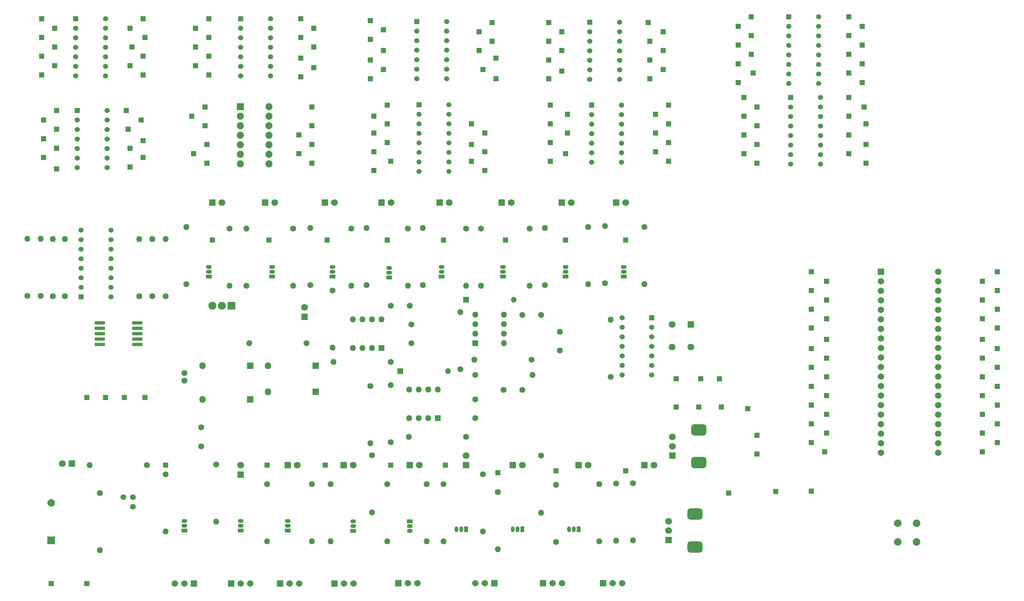
<source format=gts>
%TF.GenerationSoftware,KiCad,Pcbnew,8.0.4*%
%TF.CreationDate,2024-09-18T10:13:05+03:00*%
%TF.ProjectId,Digital Electronic Trainer main pcb,44696769-7461-46c2-9045-6c656374726f,rev?*%
%TF.SameCoordinates,Original*%
%TF.FileFunction,Soldermask,Top*%
%TF.FilePolarity,Negative*%
%FSLAX46Y46*%
G04 Gerber Fmt 4.6, Leading zero omitted, Abs format (unit mm)*
G04 Created by KiCad (PCBNEW 8.0.4) date 2024-09-18 10:13:05*
%MOMM*%
%LPD*%
G01*
G04 APERTURE LIST*
G04 Aperture macros list*
%AMRoundRect*
0 Rectangle with rounded corners*
0 $1 Rounding radius*
0 $2 $3 $4 $5 $6 $7 $8 $9 X,Y pos of 4 corners*
0 Add a 4 corners polygon primitive as box body*
4,1,4,$2,$3,$4,$5,$6,$7,$8,$9,$2,$3,0*
0 Add four circle primitives for the rounded corners*
1,1,$1+$1,$2,$3*
1,1,$1+$1,$4,$5*
1,1,$1+$1,$6,$7*
1,1,$1+$1,$8,$9*
0 Add four rect primitives between the rounded corners*
20,1,$1+$1,$2,$3,$4,$5,0*
20,1,$1+$1,$4,$5,$6,$7,0*
20,1,$1+$1,$6,$7,$8,$9,0*
20,1,$1+$1,$8,$9,$2,$3,0*%
G04 Aperture macros list end*
%ADD10R,1.350000X1.350000*%
%ADD11RoundRect,0.102000X0.754000X0.754000X-0.754000X0.754000X-0.754000X-0.754000X0.754000X-0.754000X0*%
%ADD12C,1.712000*%
%ADD13R,1.800000X1.800000*%
%ADD14C,1.800000*%
%ADD15RoundRect,0.102000X-0.585000X-0.585000X0.585000X-0.585000X0.585000X0.585000X-0.585000X0.585000X0*%
%ADD16C,1.374000*%
%ADD17RoundRect,0.102000X-0.754000X-0.754000X0.754000X-0.754000X0.754000X0.754000X-0.754000X0.754000X0*%
%ADD18R,2.800000X0.900000*%
%ADD19C,2.000000*%
%ADD20RoundRect,0.102000X-0.838200X-0.838200X0.838200X-0.838200X0.838200X0.838200X-0.838200X0.838200X0*%
%ADD21C,1.880400*%
%ADD22RoundRect,0.102000X-0.570000X-0.570000X0.570000X-0.570000X0.570000X0.570000X-0.570000X0.570000X0*%
%ADD23C,1.344000*%
%ADD24RoundRect,0.102000X-0.565000X-0.565000X0.565000X-0.565000X0.565000X0.565000X-0.565000X0.565000X0*%
%ADD25C,1.334000*%
%ADD26C,1.600000*%
%ADD27O,1.600000X1.600000*%
%ADD28R,1.500000X1.050000*%
%ADD29O,1.500000X1.050000*%
%ADD30RoundRect,0.750000X-1.250000X-0.750000X1.250000X-0.750000X1.250000X0.750000X-1.250000X0.750000X0*%
%ADD31O,1.800000X1.800000*%
%ADD32C,1.524800*%
%ADD33R,1.600000X1.600000*%
%ADD34R,2.000000X2.000000*%
%ADD35R,1.500000X1.500000*%
%ADD36O,1.500000X1.500000*%
%ADD37RoundRect,0.102000X0.955000X0.955000X-0.955000X0.955000X-0.955000X-0.955000X0.955000X-0.955000X0*%
%ADD38C,2.114000*%
%ADD39R,1.050000X1.500000*%
%ADD40O,1.050000X1.500000*%
%ADD41RoundRect,0.102000X0.585000X0.585000X-0.585000X0.585000X-0.585000X-0.585000X0.585000X-0.585000X0*%
G04 APERTURE END LIST*
D10*
%TO.C,J215*%
X36500000Y-119500000D03*
%TD*%
%TO.C,J118*%
X23000000Y-26000000D03*
%TD*%
D11*
%TO.C,SW4*%
X97500000Y-169100000D03*
D12*
X100040000Y-169100000D03*
X102580000Y-169100000D03*
%TD*%
D10*
%TO.C,J166*%
X270000000Y-93500000D03*
%TD*%
%TO.C,J183*%
X188500000Y-114500000D03*
%TD*%
%TO.C,J128*%
X19500000Y-33500000D03*
%TD*%
D13*
%TO.C,D17*%
X172500000Y-67500000D03*
D14*
X175040000Y-67500000D03*
%TD*%
D10*
%TO.C,J165*%
X274000000Y-91000000D03*
%TD*%
%TO.C,J150*%
X228500000Y-104000000D03*
%TD*%
D13*
%TO.C,D6*%
X132500000Y-137540000D03*
D14*
X132500000Y-135000000D03*
%TD*%
D10*
%TO.C,J203*%
X175000000Y-139100000D03*
%TD*%
%TO.C,J74*%
X108000000Y-59000000D03*
%TD*%
D13*
%TO.C,D15*%
X142000000Y-67500000D03*
D14*
X144540000Y-67500000D03*
%TD*%
D10*
%TO.C,J76*%
X139500000Y-19500000D03*
%TD*%
%TO.C,J86*%
X140500000Y-29000000D03*
%TD*%
%TO.C,J151*%
X224500000Y-106500000D03*
%TD*%
%TO.C,J106*%
X91500000Y-57000000D03*
%TD*%
%TO.C,J137*%
X20000000Y-50500000D03*
%TD*%
%TO.C,J188*%
X202500000Y-145000000D03*
%TD*%
%TO.C,J139*%
X43000000Y-58000000D03*
%TD*%
%TO.C,J104*%
X91500000Y-47000000D03*
%TD*%
%TO.C,J194*%
X210000000Y-129600000D03*
%TD*%
D11*
%TO.C,SW7*%
X153000000Y-169000000D03*
D12*
X155540000Y-169000000D03*
X158080000Y-169000000D03*
%TD*%
D10*
%TO.C,J157*%
X224500000Y-121500000D03*
%TD*%
%TO.C,J68*%
X108000000Y-44500000D03*
%TD*%
%TO.C,J120*%
X43000000Y-31000000D03*
%TD*%
%TO.C,J41*%
X158000000Y-22000000D03*
%TD*%
%TO.C,J117*%
X23000000Y-21000000D03*
%TD*%
%TO.C,J178*%
X270000000Y-124000000D03*
%TD*%
%TO.C,J52*%
X183000000Y-49000000D03*
%TD*%
%TO.C,J58*%
X186500000Y-51500000D03*
%TD*%
D15*
%TO.C,IC3-7408*%
X119390000Y-19265000D03*
D16*
X119390000Y-21805000D03*
X119390000Y-24345000D03*
X119390000Y-26885000D03*
X119390000Y-29425000D03*
X119390000Y-31965000D03*
X119390000Y-34505000D03*
X127330000Y-34505000D03*
X127330000Y-31965000D03*
X127330000Y-29425000D03*
X127330000Y-26885000D03*
X127330000Y-24345000D03*
X127330000Y-21805000D03*
X127330000Y-19265000D03*
%TD*%
D10*
%TO.C,J177*%
X274000000Y-121500000D03*
%TD*%
%TO.C,J211*%
X22000000Y-169100000D03*
%TD*%
%TO.C,J24*%
X234500000Y-54500000D03*
%TD*%
%TO.C,J16*%
X205000000Y-30500000D03*
%TD*%
%TO.C,J17*%
X209000000Y-33000000D03*
%TD*%
%TO.C,J197*%
X95500000Y-77500000D03*
%TD*%
%TO.C,J204*%
X156500000Y-139100000D03*
%TD*%
%TO.C,J134*%
X46000000Y-45500000D03*
%TD*%
%TO.C,J143*%
X224500000Y-86000000D03*
%TD*%
%TO.C,J217*%
X155000000Y-56500000D03*
%TD*%
D17*
%TO.C,SW1*%
X60040000Y-169100000D03*
D12*
X57500000Y-169100000D03*
X54960000Y-169100000D03*
%TD*%
D10*
%TO.C,J34*%
X181000000Y-19500000D03*
%TD*%
%TO.C,J56*%
X155000000Y-51500000D03*
%TD*%
%TO.C,J29*%
X210000000Y-42000000D03*
%TD*%
%TO.C,J23*%
X239000000Y-52000000D03*
%TD*%
D11*
%TO.C,SW8*%
X169000000Y-169000000D03*
D12*
X171540000Y-169000000D03*
X174080000Y-169000000D03*
%TD*%
D10*
%TO.C,J132*%
X46500000Y-55500000D03*
%TD*%
%TO.C,J172*%
X270000000Y-109000000D03*
%TD*%
%TO.C,J107*%
X88000000Y-49500000D03*
%TD*%
D13*
%TO.C,D10*%
X64960000Y-67500000D03*
D14*
X67500000Y-67500000D03*
%TD*%
D10*
%TO.C,J96*%
X92000000Y-21000000D03*
%TD*%
D18*
%TO.C,U17*%
X45000000Y-105380000D03*
X45000000Y-103940000D03*
X45000000Y-102500000D03*
X45000000Y-101060000D03*
X45000000Y-99620000D03*
X35000000Y-99620000D03*
X35000000Y-101060000D03*
X35000000Y-102500000D03*
X35000000Y-103940000D03*
X35000000Y-105380000D03*
%TD*%
D10*
%TO.C,J189*%
X224500000Y-144500000D03*
%TD*%
%TO.C,J8*%
X234500000Y-33000000D03*
%TD*%
%TO.C,J196*%
X80000000Y-77500000D03*
%TD*%
%TO.C,J57*%
X183000000Y-54000000D03*
%TD*%
D15*
%TO.C,IC8-7486*%
X166000000Y-41500000D03*
D16*
X166000000Y-44040000D03*
X166000000Y-46580000D03*
X166000000Y-49120000D03*
X166000000Y-51660000D03*
X166000000Y-54200000D03*
X166000000Y-56740000D03*
X173940000Y-56740000D03*
X173940000Y-54200000D03*
X173940000Y-51660000D03*
X173940000Y-49120000D03*
X173940000Y-46580000D03*
X173940000Y-44040000D03*
X173940000Y-41500000D03*
%TD*%
D10*
%TO.C,J40*%
X154500000Y-19500000D03*
%TD*%
%TO.C,J36*%
X158000000Y-32500000D03*
%TD*%
%TO.C,J99*%
X60500000Y-31000000D03*
%TD*%
%TO.C,J205*%
X141000000Y-139600000D03*
%TD*%
%TO.C,J59*%
X186500000Y-46500000D03*
%TD*%
%TO.C,J3*%
X238000000Y-20500000D03*
%TD*%
%TO.C,J101*%
X92000000Y-26000000D03*
%TD*%
%TO.C,J142*%
X42500000Y-48000000D03*
%TD*%
%TO.C,J193*%
X210000000Y-134600000D03*
%TD*%
D11*
%TO.C,SW2*%
X69960000Y-169100000D03*
D12*
X72500000Y-169100000D03*
X75040000Y-169100000D03*
%TD*%
D10*
%TO.C,J67*%
X111500000Y-41500000D03*
%TD*%
%TO.C,J131*%
X23500000Y-53000000D03*
%TD*%
%TO.C,J18*%
X234500000Y-39500000D03*
%TD*%
%TO.C,J123*%
X43000000Y-21000000D03*
%TD*%
%TO.C,J7*%
X238000000Y-30500000D03*
%TD*%
%TO.C,J167*%
X274000000Y-96000000D03*
%TD*%
%TO.C,J64*%
X134000000Y-56500000D03*
%TD*%
%TO.C,J9*%
X238000000Y-35500000D03*
%TD*%
%TO.C,J116*%
X46500000Y-18500000D03*
%TD*%
D19*
%TO.C,SW16*%
X252500000Y-158000000D03*
X247500000Y-158000000D03*
X252500000Y-153000000D03*
X247500000Y-153000000D03*
%TD*%
D10*
%TO.C,J108*%
X91500000Y-52000000D03*
%TD*%
%TO.C,J61*%
X137500000Y-49000000D03*
%TD*%
%TO.C,J213*%
X47000000Y-119500000D03*
%TD*%
%TO.C,J39*%
X154500000Y-34500000D03*
%TD*%
%TO.C,J154*%
X228500000Y-114000000D03*
%TD*%
%TO.C,J115*%
X19500000Y-18500000D03*
%TD*%
%TO.C,J77*%
X107000000Y-24000000D03*
%TD*%
%TO.C,J124*%
X19500000Y-23500000D03*
%TD*%
%TO.C,J174*%
X270000000Y-114000000D03*
%TD*%
%TO.C,J91*%
X60500000Y-26000000D03*
%TD*%
D20*
%TO.C,IC6-7490*%
X72380000Y-41960000D03*
D21*
X72380000Y-44500000D03*
X72380000Y-47040000D03*
X72380000Y-49580000D03*
X72380000Y-52120000D03*
X72380000Y-54660000D03*
X72380000Y-57200000D03*
X80000000Y-57200000D03*
X80000000Y-54660000D03*
X80000000Y-52120000D03*
X80000000Y-49580000D03*
X80000000Y-47040000D03*
X80000000Y-44500000D03*
X80000000Y-41960000D03*
%TD*%
D10*
%TO.C,J158*%
X228500000Y-124000000D03*
%TD*%
%TO.C,J54*%
X159500000Y-44000000D03*
%TD*%
%TO.C,J27*%
X206500000Y-54500000D03*
%TD*%
%TO.C,J22*%
X234500000Y-49500000D03*
%TD*%
%TO.C,J2*%
X234500000Y-18000000D03*
%TD*%
%TO.C,J21*%
X239000000Y-46500000D03*
%TD*%
%TO.C,J62*%
X134000000Y-52000000D03*
%TD*%
%TO.C,J92*%
X64000000Y-28500000D03*
%TD*%
%TO.C,J186*%
X195000000Y-114500000D03*
%TD*%
%TO.C,J19*%
X238500000Y-42000000D03*
%TD*%
%TO.C,J168*%
X270000000Y-98500000D03*
%TD*%
%TO.C,J156*%
X228500000Y-119000000D03*
%TD*%
%TO.C,J28*%
X206500000Y-39500000D03*
%TD*%
%TO.C,J133*%
X46500000Y-51000000D03*
%TD*%
%TO.C,J160*%
X228500000Y-129000000D03*
%TD*%
D22*
%TO.C,J-K_F.F*%
X219000000Y-39460000D03*
D23*
X219000000Y-42000000D03*
X219000000Y-44540000D03*
X219000000Y-47080000D03*
X219000000Y-49620000D03*
X219000000Y-52160000D03*
X219000000Y-54700000D03*
X219000000Y-57240000D03*
X226940000Y-57240000D03*
X226940000Y-54700000D03*
X226940000Y-52160000D03*
X226940000Y-49620000D03*
X226940000Y-47080000D03*
X226940000Y-44540000D03*
X226940000Y-42000000D03*
X226940000Y-39460000D03*
%TD*%
D10*
%TO.C,J45*%
X181500000Y-29500000D03*
%TD*%
%TO.C,J161*%
X224500000Y-131500000D03*
%TD*%
%TO.C,J114*%
X63500000Y-57000000D03*
%TD*%
%TO.C,J11*%
X208500000Y-18000000D03*
%TD*%
%TO.C,J69*%
X111500000Y-46500000D03*
%TD*%
%TO.C,J185*%
X194500000Y-122000000D03*
%TD*%
%TO.C,J50*%
X159000000Y-54500000D03*
%TD*%
%TO.C,J195*%
X65000000Y-77500000D03*
%TD*%
%TO.C,J182*%
X270000000Y-134000000D03*
%TD*%
%TO.C,J112*%
X63000000Y-47000000D03*
%TD*%
%TO.C,J25*%
X239000000Y-57000000D03*
%TD*%
%TO.C,J119*%
X19500000Y-28500000D03*
%TD*%
%TO.C,J60*%
X183000000Y-44000000D03*
%TD*%
%TO.C,J75*%
X107000000Y-34500000D03*
%TD*%
%TO.C,J109*%
X91500000Y-42000000D03*
%TD*%
%TO.C,J149*%
X224500000Y-101000000D03*
%TD*%
D13*
%TO.C,D12*%
X94960000Y-67500000D03*
D14*
X97500000Y-67500000D03*
%TD*%
D10*
%TO.C,J83*%
X110500000Y-27000000D03*
%TD*%
%TO.C,J181*%
X274000000Y-131500000D03*
%TD*%
%TO.C,J73*%
X137500000Y-59000000D03*
%TD*%
%TO.C,J163*%
X274000000Y-86000000D03*
%TD*%
D17*
%TO.C,J1*%
X243000000Y-86000000D03*
D12*
X243000000Y-88540000D03*
X243000000Y-91080000D03*
X243000000Y-93620000D03*
X243000000Y-96160000D03*
X243000000Y-98700000D03*
X243000000Y-101240000D03*
X243000000Y-103780000D03*
X243000000Y-106320000D03*
X243000000Y-108860000D03*
X243000000Y-111400000D03*
X243000000Y-113940000D03*
X243000000Y-116480000D03*
X243000000Y-119020000D03*
X243000000Y-121560000D03*
X243000000Y-124100000D03*
X243000000Y-126640000D03*
X243000000Y-129180000D03*
X243000000Y-131720000D03*
X243000000Y-134260000D03*
X258240000Y-134260000D03*
X258240000Y-131720000D03*
X258240000Y-129180000D03*
X258240000Y-126640000D03*
X258240000Y-124100000D03*
X258240000Y-121560000D03*
X258240000Y-119020000D03*
X258240000Y-116480000D03*
X258240000Y-113940000D03*
X258240000Y-111400000D03*
X258240000Y-108860000D03*
X258240000Y-106320000D03*
X258240000Y-103780000D03*
X258240000Y-101240000D03*
X258240000Y-98700000D03*
X258240000Y-96160000D03*
X258240000Y-93620000D03*
X258240000Y-91080000D03*
X258240000Y-88540000D03*
X258240000Y-86000000D03*
%TD*%
D10*
%TO.C,J93*%
X92000000Y-31500000D03*
%TD*%
%TO.C,J184*%
X188500000Y-122000000D03*
%TD*%
%TO.C,J48*%
X186500000Y-41500000D03*
%TD*%
D13*
%TO.C,D13*%
X110000000Y-67500000D03*
D14*
X112540000Y-67500000D03*
%TD*%
D10*
%TO.C,J111*%
X59500000Y-44500000D03*
%TD*%
%TO.C,J136*%
X20000000Y-45500000D03*
%TD*%
%TO.C,J88*%
X136000000Y-22000000D03*
%TD*%
%TO.C,J147*%
X224500000Y-96000000D03*
%TD*%
D13*
%TO.C,D4*%
X99960000Y-137500000D03*
D14*
X102500000Y-137500000D03*
%TD*%
D10*
%TO.C,J46*%
X181500000Y-24500000D03*
%TD*%
D15*
%TO.C,IC2-7402*%
X72500000Y-18500000D03*
D16*
X72500000Y-21040000D03*
X72500000Y-23580000D03*
X72500000Y-26120000D03*
X72500000Y-28660000D03*
X72500000Y-31200000D03*
X72500000Y-33740000D03*
X80440000Y-33740000D03*
X80440000Y-31200000D03*
X80440000Y-28660000D03*
X80440000Y-26120000D03*
X80440000Y-23580000D03*
X80440000Y-21040000D03*
X80440000Y-18500000D03*
%TD*%
D10*
%TO.C,J199*%
X126500000Y-77500000D03*
%TD*%
D13*
%TO.C,D8*%
X162460000Y-137500000D03*
D14*
X165000000Y-137500000D03*
%TD*%
D10*
%TO.C,J145*%
X224500000Y-91000000D03*
%TD*%
%TO.C,J15*%
X208500000Y-28000000D03*
%TD*%
%TO.C,J200*%
X143000000Y-77500000D03*
%TD*%
%TO.C,J79*%
X140500000Y-34500000D03*
%TD*%
%TO.C,J210*%
X52500000Y-137500000D03*
%TD*%
%TO.C,J144*%
X228500000Y-88500000D03*
%TD*%
D11*
%TO.C,SW3*%
X82960000Y-169100000D03*
D12*
X85500000Y-169100000D03*
X88040000Y-169100000D03*
%TD*%
D10*
%TO.C,J95*%
X88500000Y-23500000D03*
%TD*%
%TO.C,J155*%
X224500000Y-116500000D03*
%TD*%
D15*
%TO.C,IC4-7432*%
X165500000Y-19460000D03*
D16*
X165500000Y-22000000D03*
X165500000Y-24540000D03*
X165500000Y-27080000D03*
X165500000Y-29620000D03*
X165500000Y-32160000D03*
X165500000Y-34700000D03*
X173440000Y-34700000D03*
X173440000Y-32160000D03*
X173440000Y-29620000D03*
X173440000Y-27080000D03*
X173440000Y-24540000D03*
X173440000Y-22000000D03*
X173440000Y-19460000D03*
%TD*%
D10*
%TO.C,J47*%
X185000000Y-22000000D03*
%TD*%
%TO.C,J176*%
X270000000Y-119000000D03*
%TD*%
%TO.C,J20*%
X234500000Y-44500000D03*
%TD*%
%TO.C,J125*%
X23000000Y-31000000D03*
%TD*%
%TO.C,J190*%
X200500000Y-122000000D03*
%TD*%
%TO.C,J5*%
X238000000Y-25500000D03*
%TD*%
%TO.C,J141*%
X23500000Y-58500000D03*
%TD*%
D13*
%TO.C,D11*%
X79000000Y-67500000D03*
D14*
X81540000Y-67500000D03*
%TD*%
D10*
%TO.C,J130*%
X23500000Y-48000000D03*
%TD*%
%TO.C,J89*%
X64000000Y-18500000D03*
%TD*%
%TO.C,J87*%
X139500000Y-24500000D03*
%TD*%
%TO.C,J207*%
X112500000Y-137500000D03*
%TD*%
%TO.C,J100*%
X88500000Y-34000000D03*
%TD*%
%TO.C,J121*%
X46500000Y-28500000D03*
%TD*%
%TO.C,J201*%
X159000000Y-77500000D03*
%TD*%
%TO.C,J206*%
X127000000Y-137500000D03*
%TD*%
%TO.C,J33*%
X210000000Y-52000000D03*
%TD*%
%TO.C,J146*%
X228500000Y-93500000D03*
%TD*%
%TO.C,J51*%
X186500000Y-56500000D03*
%TD*%
D15*
%TO.C,IC5-7404*%
X29000000Y-43000000D03*
D16*
X29000000Y-45540000D03*
X29000000Y-48080000D03*
X29000000Y-50620000D03*
X29000000Y-53160000D03*
X29000000Y-55700000D03*
X29000000Y-58240000D03*
X36940000Y-58240000D03*
X36940000Y-55700000D03*
X36940000Y-53160000D03*
X36940000Y-50620000D03*
X36940000Y-48080000D03*
X36940000Y-45540000D03*
X36940000Y-43000000D03*
%TD*%
D10*
%TO.C,J42*%
X158000000Y-27000000D03*
%TD*%
%TO.C,J63*%
X137500000Y-54000000D03*
%TD*%
%TO.C,J98*%
X64000000Y-23500000D03*
%TD*%
%TO.C,J105*%
X88000000Y-54500000D03*
%TD*%
%TO.C,J13*%
X208500000Y-23000000D03*
%TD*%
%TO.C,J97*%
X88500000Y-18500000D03*
%TD*%
%TO.C,J135*%
X42000000Y-43000000D03*
%TD*%
%TO.C,J110*%
X63000000Y-42000000D03*
%TD*%
%TO.C,J14*%
X205000000Y-25500000D03*
%TD*%
%TO.C,J122*%
X47000000Y-23500000D03*
%TD*%
%TO.C,J113*%
X60000000Y-54500000D03*
%TD*%
D13*
%TO.C,D5*%
X117500000Y-137500000D03*
D14*
X120040000Y-137500000D03*
%TD*%
D10*
%TO.C,J169*%
X274000000Y-101000000D03*
%TD*%
%TO.C,J103*%
X63500000Y-52000000D03*
%TD*%
%TO.C,J216*%
X31500000Y-119500000D03*
%TD*%
%TO.C,J32*%
X206500000Y-49500000D03*
%TD*%
%TO.C,J159*%
X224500000Y-126500000D03*
%TD*%
%TO.C,J129*%
X23500000Y-43000000D03*
%TD*%
D13*
%TO.C,D14*%
X125500000Y-67500000D03*
D14*
X128040000Y-67500000D03*
%TD*%
D17*
%TO.C,SW6*%
X140080000Y-169000000D03*
D12*
X137540000Y-169000000D03*
X135000000Y-169000000D03*
%TD*%
D10*
%TO.C,J209*%
X79500000Y-137500000D03*
%TD*%
D15*
%TO.C,IC1-7400*%
X28560000Y-18500000D03*
D16*
X28560000Y-21040000D03*
X28560000Y-23580000D03*
X28560000Y-26120000D03*
X28560000Y-28660000D03*
X28560000Y-31200000D03*
X28560000Y-33740000D03*
X36500000Y-33740000D03*
X36500000Y-31200000D03*
X36500000Y-28660000D03*
X36500000Y-26120000D03*
X36500000Y-23580000D03*
X36500000Y-21040000D03*
X36500000Y-18500000D03*
%TD*%
D10*
%TO.C,J208*%
X95000000Y-137500000D03*
%TD*%
%TO.C,J38*%
X185000000Y-27000000D03*
%TD*%
%TO.C,J31*%
X210000000Y-47000000D03*
%TD*%
%TO.C,J71*%
X111500000Y-51500000D03*
%TD*%
%TO.C,J65*%
X134000000Y-46500000D03*
%TD*%
%TO.C,J44*%
X185000000Y-32000000D03*
%TD*%
%TO.C,J66*%
X112500000Y-56500000D03*
%TD*%
D13*
%TO.C,D3*%
X85000000Y-137500000D03*
D14*
X87540000Y-137500000D03*
%TD*%
D10*
%TO.C,J53*%
X155000000Y-41500000D03*
%TD*%
%TO.C,J212*%
X31500000Y-169100000D03*
%TD*%
%TO.C,J10*%
X205000000Y-35500000D03*
%TD*%
D13*
%TO.C,D16*%
X158000000Y-67500000D03*
D14*
X160540000Y-67500000D03*
%TD*%
D10*
%TO.C,J198*%
X111500000Y-77500000D03*
%TD*%
%TO.C,J70*%
X108000000Y-49000000D03*
%TD*%
%TO.C,J164*%
X270000000Y-88500000D03*
%TD*%
%TO.C,J12*%
X205000000Y-20500000D03*
%TD*%
%TO.C,J192*%
X215000000Y-144600000D03*
%TD*%
%TO.C,J72*%
X108000000Y-54000000D03*
%TD*%
%TO.C,J78*%
X110500000Y-32000000D03*
%TD*%
%TO.C,J30*%
X206500000Y-44500000D03*
%TD*%
%TO.C,J82*%
X110500000Y-21500000D03*
%TD*%
%TO.C,J127*%
X43500000Y-26000000D03*
%TD*%
%TO.C,J148*%
X228500000Y-98500000D03*
%TD*%
D13*
%TO.C,D2*%
X72500000Y-140040000D03*
D14*
X72500000Y-137500000D03*
%TD*%
D10*
%TO.C,J152*%
X228500000Y-109000000D03*
%TD*%
%TO.C,J138*%
X20000000Y-55500000D03*
%TD*%
%TO.C,J214*%
X41500000Y-119500000D03*
%TD*%
%TO.C,J43*%
X154500000Y-29500000D03*
%TD*%
%TO.C,J191*%
X207500000Y-122500000D03*
%TD*%
%TO.C,J6*%
X234500000Y-28000000D03*
%TD*%
%TO.C,J4*%
X234500000Y-23000000D03*
%TD*%
%TO.C,J179*%
X274000000Y-126500000D03*
%TD*%
%TO.C,J55*%
X159500000Y-49000000D03*
%TD*%
D22*
%TO.C,J-K_F.F*%
X218500000Y-17960000D03*
D23*
X218500000Y-20500000D03*
X218500000Y-23040000D03*
X218500000Y-25580000D03*
X218500000Y-28120000D03*
X218500000Y-30660000D03*
X218500000Y-33200000D03*
X218500000Y-35740000D03*
X226440000Y-35740000D03*
X226440000Y-33200000D03*
X226440000Y-30660000D03*
X226440000Y-28120000D03*
X226440000Y-25580000D03*
X226440000Y-23040000D03*
X226440000Y-20500000D03*
X226440000Y-17960000D03*
%TD*%
D10*
%TO.C,J94*%
X88500000Y-29000000D03*
%TD*%
D24*
%TO.C,IC7-7495*%
X120000000Y-41460000D03*
D25*
X120000000Y-44000000D03*
X120000000Y-46540000D03*
X120000000Y-49080000D03*
X120000000Y-51620000D03*
X120000000Y-54160000D03*
X120000000Y-56700000D03*
X120000000Y-59240000D03*
X127940000Y-59240000D03*
X127940000Y-56700000D03*
X127940000Y-54160000D03*
X127940000Y-51620000D03*
X127940000Y-49080000D03*
X127940000Y-46540000D03*
X127940000Y-44000000D03*
X127940000Y-41460000D03*
%TD*%
D11*
%TO.C,SW5*%
X114500000Y-169000000D03*
D12*
X117040000Y-169000000D03*
X119580000Y-169000000D03*
%TD*%
D10*
%TO.C,J35*%
X154500000Y-24500000D03*
%TD*%
%TO.C,J170*%
X270000000Y-104000000D03*
%TD*%
%TO.C,J37*%
X181500000Y-34500000D03*
%TD*%
%TO.C,J84*%
X107000000Y-29500000D03*
%TD*%
%TO.C,J171*%
X274000000Y-106500000D03*
%TD*%
%TO.C,J102*%
X64000000Y-33500000D03*
%TD*%
D13*
%TO.C,D9*%
X180000000Y-137500000D03*
D14*
X182540000Y-137500000D03*
%TD*%
D10*
%TO.C,J180*%
X270000000Y-129000000D03*
%TD*%
%TO.C,J85*%
X137000000Y-32000000D03*
%TD*%
%TO.C,J80*%
X136000000Y-27000000D03*
%TD*%
%TO.C,J202*%
X175000000Y-77500000D03*
%TD*%
%TO.C,J187*%
X200000000Y-114500000D03*
%TD*%
%TO.C,J175*%
X274000000Y-116500000D03*
%TD*%
%TO.C,J153*%
X224500000Y-111500000D03*
%TD*%
%TO.C,J26*%
X210000000Y-57000000D03*
%TD*%
%TO.C,J140*%
X43000000Y-53000000D03*
%TD*%
%TO.C,J90*%
X60500000Y-21000000D03*
%TD*%
D13*
%TO.C,D7*%
X145000000Y-137500000D03*
D14*
X147540000Y-137500000D03*
%TD*%
D10*
%TO.C,J126*%
X46500000Y-33500000D03*
%TD*%
%TO.C,J49*%
X155000000Y-46500000D03*
%TD*%
%TO.C,J81*%
X107000000Y-19000000D03*
%TD*%
%TO.C,J173*%
X274000000Y-111500000D03*
%TD*%
%TO.C,J162*%
X228000000Y-134000000D03*
%TD*%
D26*
%TO.C,R12*%
X137000000Y-140000000D03*
D27*
X137000000Y-155240000D03*
%TD*%
D28*
%TO.C,Q12*%
X112000000Y-87500000D03*
D29*
X112000000Y-86230000D03*
X112000000Y-84960000D03*
%TD*%
D13*
%TO.C,RV1*%
X186450000Y-157500000D03*
D14*
X186450000Y-155000000D03*
X186450000Y-152500000D03*
D30*
X193450000Y-150600000D03*
X193450000Y-159400000D03*
%TD*%
D26*
%TO.C,R3*%
X52500000Y-140000000D03*
D27*
X52500000Y-155240000D03*
%TD*%
D26*
%TO.C,R22*%
X74000000Y-89740000D03*
D27*
X74000000Y-74500000D03*
%TD*%
D13*
%TO.C,D38*%
X92500000Y-118000000D03*
D31*
X79800000Y-118000000D03*
%TD*%
D28*
%TO.C,Q1*%
X57500000Y-155000000D03*
D29*
X57500000Y-153730000D03*
X57500000Y-152460000D03*
%TD*%
D32*
%TO.C,Q17*%
X41230000Y-146060000D03*
X43770000Y-146060000D03*
X43770000Y-148600000D03*
%TD*%
D28*
%TO.C,Q2*%
X72500000Y-155000000D03*
D29*
X72500000Y-153730000D03*
X72500000Y-152460000D03*
%TD*%
D28*
%TO.C,Q10*%
X80860000Y-87270000D03*
D29*
X80860000Y-86000000D03*
X80860000Y-84730000D03*
%TD*%
D26*
%TO.C,R8*%
X107500000Y-134880000D03*
D27*
X107500000Y-150120000D03*
%TD*%
D26*
%TO.C,R11*%
X126500000Y-142600000D03*
D27*
X126500000Y-157840000D03*
%TD*%
D13*
%TO.C,D20*%
X89500000Y-98000000D03*
D14*
X89500000Y-95460000D03*
%TD*%
D33*
%TO.C,U3*%
X125000000Y-125000000D03*
D27*
X122460000Y-125000000D03*
X119920000Y-125000000D03*
X117380000Y-125000000D03*
X117380000Y-117380000D03*
X119920000Y-117380000D03*
X122460000Y-117380000D03*
X125000000Y-117380000D03*
%TD*%
D26*
%TO.C,C2*%
X118000000Y-100000000D03*
X118000000Y-105000000D03*
%TD*%
%TO.C,R40*%
X150000000Y-109460000D03*
D27*
X134760000Y-109460000D03*
%TD*%
D26*
%TO.C,C6*%
X135000000Y-125000000D03*
X135000000Y-120000000D03*
%TD*%
%TO.C,R32*%
X153500000Y-89500000D03*
D27*
X153500000Y-74260000D03*
%TD*%
D26*
%TO.C,R42*%
X112500000Y-131460000D03*
D27*
X112500000Y-116220000D03*
%TD*%
D26*
%TO.C,R17*%
X172500000Y-142480000D03*
D27*
X172500000Y-157720000D03*
%TD*%
D13*
%TO.C,RV2*%
X187500000Y-135000000D03*
D14*
X187500000Y-132500000D03*
X187500000Y-130000000D03*
D30*
X194500000Y-128100000D03*
X194500000Y-136900000D03*
%TD*%
D13*
%TO.C,D37*%
X92500000Y-111000000D03*
D31*
X79800000Y-111000000D03*
%TD*%
D26*
%TO.C,R35*%
X180000000Y-74000000D03*
D27*
X180000000Y-89240000D03*
%TD*%
D26*
%TO.C,R14*%
X152500000Y-135000000D03*
D27*
X152500000Y-150240000D03*
%TD*%
D26*
%TO.C,R47*%
X49000000Y-92500000D03*
D27*
X49000000Y-77260000D03*
%TD*%
D26*
%TO.C,R52*%
X15700000Y-92440000D03*
D27*
X15700000Y-77200000D03*
%TD*%
D26*
%TO.C,R7*%
X96500000Y-142600000D03*
D27*
X96500000Y-157840000D03*
%TD*%
D26*
%TO.C,R36*%
X97000000Y-91000000D03*
D27*
X97000000Y-106240000D03*
%TD*%
D26*
%TO.C,R21*%
X69500000Y-74500000D03*
D27*
X69500000Y-89740000D03*
%TD*%
D13*
%TO.C,SW14*%
X192422500Y-100000000D03*
D14*
X187422500Y-100000000D03*
X192422500Y-106000000D03*
X187422500Y-106000000D03*
%TD*%
D26*
%TO.C,R16*%
X168000000Y-142600000D03*
D27*
X168000000Y-157840000D03*
%TD*%
D26*
%TO.C,R13*%
X141000000Y-144760000D03*
D27*
X141000000Y-160000000D03*
%TD*%
D26*
%TO.C,R44*%
X132500000Y-130000000D03*
D27*
X117260000Y-130000000D03*
%TD*%
D28*
%TO.C,Q16*%
X174500000Y-87270000D03*
D29*
X174500000Y-86000000D03*
X174500000Y-84730000D03*
%TD*%
D26*
%TO.C,C8*%
X57500000Y-113000000D03*
X57500000Y-115000000D03*
%TD*%
%TO.C,R29*%
X132500000Y-74500000D03*
D27*
X132500000Y-89740000D03*
%TD*%
D34*
%TO.C,BZ1*%
X22000000Y-157600000D03*
D19*
X22000000Y-147600000D03*
%TD*%
D26*
%TO.C,R23*%
X86500000Y-74500000D03*
D27*
X86500000Y-89740000D03*
%TD*%
D26*
%TO.C,R43*%
X107000000Y-116460000D03*
D27*
X107000000Y-131700000D03*
%TD*%
D26*
%TO.C,R39*%
X131000000Y-111960000D03*
D27*
X131000000Y-96720000D03*
%TD*%
D35*
%TO.C,D34*%
X115000000Y-112500000D03*
D36*
X127700000Y-112500000D03*
%TD*%
D26*
%TO.C,C5*%
X147500000Y-117500000D03*
X142500000Y-117500000D03*
%TD*%
%TO.C,R51*%
X19200000Y-92440000D03*
D27*
X19200000Y-77200000D03*
%TD*%
D28*
%TO.C,Q14*%
X142360000Y-87270000D03*
D29*
X142360000Y-86000000D03*
X142360000Y-84730000D03*
%TD*%
D26*
%TO.C,R26*%
X106000000Y-89500000D03*
D27*
X106000000Y-74260000D03*
%TD*%
D26*
%TO.C,R25*%
X102000000Y-74500000D03*
D27*
X102000000Y-89740000D03*
%TD*%
D22*
%TO.C,U14*%
X30000000Y-92700000D03*
D23*
X30000000Y-90160000D03*
X30000000Y-87620000D03*
X30000000Y-85080000D03*
X30000000Y-82540000D03*
X30000000Y-80000000D03*
X30000000Y-77460000D03*
X30000000Y-74920000D03*
X37940000Y-74920000D03*
X37940000Y-77460000D03*
X37940000Y-80000000D03*
X37940000Y-82540000D03*
X37940000Y-85080000D03*
X37940000Y-87620000D03*
X37940000Y-90160000D03*
X37940000Y-92700000D03*
%TD*%
D26*
%TO.C,R24*%
X91000000Y-89500000D03*
D27*
X91000000Y-74260000D03*
%TD*%
D37*
%TO.C,U4*%
X70050000Y-95000000D03*
D38*
X67500000Y-95000000D03*
X64950000Y-95000000D03*
%TD*%
D26*
%TO.C,R27*%
X117000000Y-74500000D03*
D27*
X117000000Y-89740000D03*
%TD*%
D26*
%TO.C,R15*%
X156500000Y-158000000D03*
D27*
X156500000Y-142760000D03*
%TD*%
D33*
%TO.C,U1*%
X110000000Y-106300000D03*
D27*
X107460000Y-106300000D03*
X104920000Y-106300000D03*
X102380000Y-106300000D03*
X102380000Y-98680000D03*
X104920000Y-98680000D03*
X107460000Y-98680000D03*
X110000000Y-98680000D03*
%TD*%
D28*
%TO.C,Q3*%
X85000000Y-155000000D03*
D29*
X85000000Y-153730000D03*
X85000000Y-152460000D03*
%TD*%
D26*
%TO.C,C1*%
X117500000Y-95000000D03*
X112500000Y-95000000D03*
%TD*%
%TO.C,R34*%
X169500000Y-89000000D03*
D27*
X169500000Y-73760000D03*
%TD*%
D26*
%TO.C,R2*%
X47500000Y-137500000D03*
D27*
X32260000Y-137500000D03*
%TD*%
D26*
%TO.C,R46*%
X45500000Y-92500000D03*
D27*
X45500000Y-77260000D03*
%TD*%
D26*
%TO.C,R50*%
X22500000Y-92500000D03*
D27*
X22500000Y-77260000D03*
%TD*%
D26*
%TO.C,C3*%
X152500000Y-97460000D03*
X147500000Y-97460000D03*
%TD*%
D28*
%TO.C,Q4*%
X102500000Y-155040000D03*
D29*
X102500000Y-153770000D03*
X102500000Y-152500000D03*
%TD*%
D35*
%TO.C,D33*%
X132500000Y-93460000D03*
D36*
X145200000Y-93460000D03*
%TD*%
D26*
%TO.C,R10*%
X122000000Y-142600000D03*
D27*
X122000000Y-157840000D03*
%TD*%
D26*
%TO.C,R31*%
X149500000Y-74500000D03*
D27*
X149500000Y-89740000D03*
%TD*%
D26*
%TO.C,R20*%
X58000000Y-89240000D03*
D27*
X58000000Y-74000000D03*
%TD*%
D26*
%TO.C,R18*%
X177000000Y-142360000D03*
D27*
X177000000Y-157600000D03*
%TD*%
D26*
%TO.C,R45*%
X171060000Y-114000000D03*
D27*
X171060000Y-98760000D03*
%TD*%
D26*
%TO.C,R49*%
X25700000Y-92500000D03*
D27*
X25700000Y-77260000D03*
%TD*%
D26*
%TO.C,R9*%
X111500000Y-142600000D03*
D27*
X111500000Y-157840000D03*
%TD*%
D26*
%TO.C,R1*%
X35000000Y-145000000D03*
D27*
X35000000Y-160240000D03*
%TD*%
D13*
%TO.C,D36*%
X75000000Y-120000000D03*
D31*
X62300000Y-120000000D03*
%TD*%
D26*
%TO.C,R4*%
X66000000Y-137380000D03*
D27*
X66000000Y-152620000D03*
%TD*%
D26*
%TO.C,R33*%
X165000000Y-74000000D03*
D27*
X165000000Y-89240000D03*
%TD*%
D28*
%TO.C,Q11*%
X97000000Y-87270000D03*
D29*
X97000000Y-86000000D03*
X97000000Y-84730000D03*
%TD*%
D39*
%TO.C,Q7*%
X147500000Y-154600000D03*
D40*
X146230000Y-154600000D03*
X144960000Y-154600000D03*
%TD*%
D26*
%TO.C,R37*%
X90000000Y-105000000D03*
D27*
X74760000Y-105000000D03*
%TD*%
D13*
%TO.C,D35*%
X75000000Y-111000000D03*
D31*
X62300000Y-111000000D03*
%TD*%
D26*
%TO.C,R41*%
X135000000Y-113460000D03*
D27*
X150240000Y-113460000D03*
%TD*%
D26*
%TO.C,R30*%
X136500000Y-74500000D03*
D27*
X136500000Y-89740000D03*
%TD*%
D26*
%TO.C,R48*%
X52500000Y-92500000D03*
D27*
X52500000Y-77260000D03*
%TD*%
D28*
%TO.C,Q13*%
X126000000Y-87270000D03*
D29*
X126000000Y-86000000D03*
X126000000Y-84730000D03*
%TD*%
D26*
%TO.C,C4*%
X157500000Y-101960000D03*
X157500000Y-106960000D03*
%TD*%
D28*
%TO.C,Q15*%
X159000000Y-87270000D03*
D29*
X159000000Y-86000000D03*
X159000000Y-84730000D03*
%TD*%
D26*
%TO.C,R6*%
X91500000Y-142600000D03*
D27*
X91500000Y-157840000D03*
%TD*%
D28*
%TO.C,Q5*%
X117500000Y-152500000D03*
D29*
X117500000Y-153770000D03*
X117500000Y-155040000D03*
%TD*%
D39*
%TO.C,Q8*%
X162500000Y-154600000D03*
D40*
X161230000Y-154600000D03*
X159960000Y-154600000D03*
%TD*%
D26*
%TO.C,R28*%
X121000000Y-89500000D03*
D27*
X121000000Y-74260000D03*
%TD*%
D26*
%TO.C,R5*%
X79500000Y-142600000D03*
D27*
X79500000Y-157840000D03*
%TD*%
D13*
%TO.C,D1*%
X27500000Y-137100000D03*
D14*
X24960000Y-137100000D03*
%TD*%
D26*
%TO.C,R38*%
X112500000Y-110000000D03*
D27*
X97260000Y-110000000D03*
%TD*%
D26*
%TO.C,C7*%
X62000000Y-127500000D03*
X62000000Y-132500000D03*
%TD*%
D39*
%TO.C,Q6*%
X132500000Y-154600000D03*
D40*
X131230000Y-154600000D03*
X129960000Y-154600000D03*
%TD*%
D33*
%TO.C,U2*%
X135000000Y-105000000D03*
D27*
X135000000Y-102460000D03*
X135000000Y-99920000D03*
X135000000Y-97380000D03*
X142620000Y-97380000D03*
X142620000Y-99920000D03*
X142620000Y-102460000D03*
X142620000Y-105000000D03*
%TD*%
D28*
%TO.C,Q9*%
X64000000Y-87270000D03*
D29*
X64000000Y-86000000D03*
X64000000Y-84730000D03*
%TD*%
D41*
%TO.C,U11*%
X182000000Y-98260000D03*
D16*
X182000000Y-100800000D03*
X182000000Y-103340000D03*
X182000000Y-105880000D03*
X182000000Y-108420000D03*
X182000000Y-110960000D03*
X182000000Y-113500000D03*
X174060000Y-113500000D03*
X174060000Y-110960000D03*
X174060000Y-108420000D03*
X174060000Y-105880000D03*
X174060000Y-103340000D03*
X174060000Y-100800000D03*
X174060000Y-98260000D03*
%TD*%
M02*

</source>
